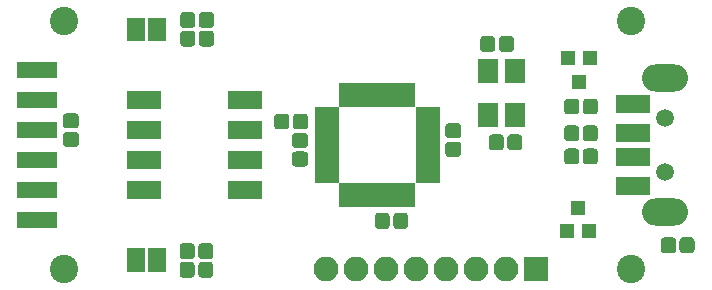
<source format=gbr>
G04 #@! TF.GenerationSoftware,KiCad,Pcbnew,(5.0.0-3-g5ebb6b6)*
G04 #@! TF.CreationDate,2019-02-08T12:04:07-05:00*
G04 #@! TF.ProjectId,ROCKETasp,524F434B45546173702E6B696361645F,2.0*
G04 #@! TF.SameCoordinates,Original*
G04 #@! TF.FileFunction,Soldermask,Top*
G04 #@! TF.FilePolarity,Negative*
%FSLAX46Y46*%
G04 Gerber Fmt 4.6, Leading zero omitted, Abs format (unit mm)*
G04 Created by KiCad (PCBNEW (5.0.0-3-g5ebb6b6)) date Friday, February 08, 2019 at 12:04:07 PM*
%MOMM*%
%LPD*%
G01*
G04 APERTURE LIST*
%ADD10R,1.600000X1.000000*%
%ADD11C,2.400000*%
%ADD12C,0.100000*%
%ADD13C,1.275000*%
%ADD14R,1.200000X1.300000*%
%ADD15R,2.900000X1.500000*%
%ADD16O,3.900000X2.300000*%
%ADD17C,1.500000*%
%ADD18R,2.100000X2.100000*%
%ADD19O,2.100000X2.100000*%
%ADD20R,3.400000X1.400000*%
%ADD21R,2.840000X1.520000*%
%ADD22R,2.000000X0.950000*%
%ADD23R,0.950000X2.000000*%
%ADD24R,1.700000X2.000000*%
G04 APERTURE END LIST*
D10*
G04 #@! TO.C,D2*
X127900000Y-107025000D03*
X126100000Y-107025000D03*
X126100000Y-107975000D03*
X127900000Y-107975000D03*
G04 #@! TD*
D11*
G04 #@! TO.C,REF\002A\002A*
X168000000Y-108250000D03*
G04 #@! TD*
G04 #@! TO.C,REF\002A\002A*
X168000000Y-87250000D03*
G04 #@! TD*
G04 #@! TO.C,REF\002A\002A*
X120000000Y-108250000D03*
G04 #@! TD*
G04 #@! TO.C,REF\002A\002A*
X120000000Y-87250000D03*
G04 #@! TD*
D12*
G04 #@! TO.C,C1*
G36*
X156991693Y-96862535D02*
X157022635Y-96867125D01*
X157052978Y-96874725D01*
X157082430Y-96885263D01*
X157110708Y-96898638D01*
X157137538Y-96914719D01*
X157162663Y-96933353D01*
X157185840Y-96954360D01*
X157206847Y-96977537D01*
X157225481Y-97002662D01*
X157241562Y-97029492D01*
X157254937Y-97057770D01*
X157265475Y-97087222D01*
X157273075Y-97117565D01*
X157277665Y-97148507D01*
X157279200Y-97179750D01*
X157279200Y-97892250D01*
X157277665Y-97923493D01*
X157273075Y-97954435D01*
X157265475Y-97984778D01*
X157254937Y-98014230D01*
X157241562Y-98042508D01*
X157225481Y-98069338D01*
X157206847Y-98094463D01*
X157185840Y-98117640D01*
X157162663Y-98138647D01*
X157137538Y-98157281D01*
X157110708Y-98173362D01*
X157082430Y-98186737D01*
X157052978Y-98197275D01*
X157022635Y-98204875D01*
X156991693Y-98209465D01*
X156960450Y-98211000D01*
X156322950Y-98211000D01*
X156291707Y-98209465D01*
X156260765Y-98204875D01*
X156230422Y-98197275D01*
X156200970Y-98186737D01*
X156172692Y-98173362D01*
X156145862Y-98157281D01*
X156120737Y-98138647D01*
X156097560Y-98117640D01*
X156076553Y-98094463D01*
X156057919Y-98069338D01*
X156041838Y-98042508D01*
X156028463Y-98014230D01*
X156017925Y-97984778D01*
X156010325Y-97954435D01*
X156005735Y-97923493D01*
X156004200Y-97892250D01*
X156004200Y-97179750D01*
X156005735Y-97148507D01*
X156010325Y-97117565D01*
X156017925Y-97087222D01*
X156028463Y-97057770D01*
X156041838Y-97029492D01*
X156057919Y-97002662D01*
X156076553Y-96977537D01*
X156097560Y-96954360D01*
X156120737Y-96933353D01*
X156145862Y-96914719D01*
X156172692Y-96898638D01*
X156200970Y-96885263D01*
X156230422Y-96874725D01*
X156260765Y-96867125D01*
X156291707Y-96862535D01*
X156322950Y-96861000D01*
X156960450Y-96861000D01*
X156991693Y-96862535D01*
X156991693Y-96862535D01*
G37*
D13*
X156641700Y-97536000D03*
D12*
G36*
X158566693Y-96862535D02*
X158597635Y-96867125D01*
X158627978Y-96874725D01*
X158657430Y-96885263D01*
X158685708Y-96898638D01*
X158712538Y-96914719D01*
X158737663Y-96933353D01*
X158760840Y-96954360D01*
X158781847Y-96977537D01*
X158800481Y-97002662D01*
X158816562Y-97029492D01*
X158829937Y-97057770D01*
X158840475Y-97087222D01*
X158848075Y-97117565D01*
X158852665Y-97148507D01*
X158854200Y-97179750D01*
X158854200Y-97892250D01*
X158852665Y-97923493D01*
X158848075Y-97954435D01*
X158840475Y-97984778D01*
X158829937Y-98014230D01*
X158816562Y-98042508D01*
X158800481Y-98069338D01*
X158781847Y-98094463D01*
X158760840Y-98117640D01*
X158737663Y-98138647D01*
X158712538Y-98157281D01*
X158685708Y-98173362D01*
X158657430Y-98186737D01*
X158627978Y-98197275D01*
X158597635Y-98204875D01*
X158566693Y-98209465D01*
X158535450Y-98211000D01*
X157897950Y-98211000D01*
X157866707Y-98209465D01*
X157835765Y-98204875D01*
X157805422Y-98197275D01*
X157775970Y-98186737D01*
X157747692Y-98173362D01*
X157720862Y-98157281D01*
X157695737Y-98138647D01*
X157672560Y-98117640D01*
X157651553Y-98094463D01*
X157632919Y-98069338D01*
X157616838Y-98042508D01*
X157603463Y-98014230D01*
X157592925Y-97984778D01*
X157585325Y-97954435D01*
X157580735Y-97923493D01*
X157579200Y-97892250D01*
X157579200Y-97179750D01*
X157580735Y-97148507D01*
X157585325Y-97117565D01*
X157592925Y-97087222D01*
X157603463Y-97057770D01*
X157616838Y-97029492D01*
X157632919Y-97002662D01*
X157651553Y-96977537D01*
X157672560Y-96954360D01*
X157695737Y-96933353D01*
X157720862Y-96914719D01*
X157747692Y-96898638D01*
X157775970Y-96885263D01*
X157805422Y-96874725D01*
X157835765Y-96867125D01*
X157866707Y-96862535D01*
X157897950Y-96861000D01*
X158535450Y-96861000D01*
X158566693Y-96862535D01*
X158566693Y-96862535D01*
G37*
D13*
X158216700Y-97536000D03*
G04 #@! TD*
D12*
G04 #@! TO.C,C2*
G36*
X157842793Y-88531335D02*
X157873735Y-88535925D01*
X157904078Y-88543525D01*
X157933530Y-88554063D01*
X157961808Y-88567438D01*
X157988638Y-88583519D01*
X158013763Y-88602153D01*
X158036940Y-88623160D01*
X158057947Y-88646337D01*
X158076581Y-88671462D01*
X158092662Y-88698292D01*
X158106037Y-88726570D01*
X158116575Y-88756022D01*
X158124175Y-88786365D01*
X158128765Y-88817307D01*
X158130300Y-88848550D01*
X158130300Y-89561050D01*
X158128765Y-89592293D01*
X158124175Y-89623235D01*
X158116575Y-89653578D01*
X158106037Y-89683030D01*
X158092662Y-89711308D01*
X158076581Y-89738138D01*
X158057947Y-89763263D01*
X158036940Y-89786440D01*
X158013763Y-89807447D01*
X157988638Y-89826081D01*
X157961808Y-89842162D01*
X157933530Y-89855537D01*
X157904078Y-89866075D01*
X157873735Y-89873675D01*
X157842793Y-89878265D01*
X157811550Y-89879800D01*
X157174050Y-89879800D01*
X157142807Y-89878265D01*
X157111865Y-89873675D01*
X157081522Y-89866075D01*
X157052070Y-89855537D01*
X157023792Y-89842162D01*
X156996962Y-89826081D01*
X156971837Y-89807447D01*
X156948660Y-89786440D01*
X156927653Y-89763263D01*
X156909019Y-89738138D01*
X156892938Y-89711308D01*
X156879563Y-89683030D01*
X156869025Y-89653578D01*
X156861425Y-89623235D01*
X156856835Y-89592293D01*
X156855300Y-89561050D01*
X156855300Y-88848550D01*
X156856835Y-88817307D01*
X156861425Y-88786365D01*
X156869025Y-88756022D01*
X156879563Y-88726570D01*
X156892938Y-88698292D01*
X156909019Y-88671462D01*
X156927653Y-88646337D01*
X156948660Y-88623160D01*
X156971837Y-88602153D01*
X156996962Y-88583519D01*
X157023792Y-88567438D01*
X157052070Y-88554063D01*
X157081522Y-88543525D01*
X157111865Y-88535925D01*
X157142807Y-88531335D01*
X157174050Y-88529800D01*
X157811550Y-88529800D01*
X157842793Y-88531335D01*
X157842793Y-88531335D01*
G37*
D13*
X157492800Y-89204800D03*
D12*
G36*
X156267793Y-88531335D02*
X156298735Y-88535925D01*
X156329078Y-88543525D01*
X156358530Y-88554063D01*
X156386808Y-88567438D01*
X156413638Y-88583519D01*
X156438763Y-88602153D01*
X156461940Y-88623160D01*
X156482947Y-88646337D01*
X156501581Y-88671462D01*
X156517662Y-88698292D01*
X156531037Y-88726570D01*
X156541575Y-88756022D01*
X156549175Y-88786365D01*
X156553765Y-88817307D01*
X156555300Y-88848550D01*
X156555300Y-89561050D01*
X156553765Y-89592293D01*
X156549175Y-89623235D01*
X156541575Y-89653578D01*
X156531037Y-89683030D01*
X156517662Y-89711308D01*
X156501581Y-89738138D01*
X156482947Y-89763263D01*
X156461940Y-89786440D01*
X156438763Y-89807447D01*
X156413638Y-89826081D01*
X156386808Y-89842162D01*
X156358530Y-89855537D01*
X156329078Y-89866075D01*
X156298735Y-89873675D01*
X156267793Y-89878265D01*
X156236550Y-89879800D01*
X155599050Y-89879800D01*
X155567807Y-89878265D01*
X155536865Y-89873675D01*
X155506522Y-89866075D01*
X155477070Y-89855537D01*
X155448792Y-89842162D01*
X155421962Y-89826081D01*
X155396837Y-89807447D01*
X155373660Y-89786440D01*
X155352653Y-89763263D01*
X155334019Y-89738138D01*
X155317938Y-89711308D01*
X155304563Y-89683030D01*
X155294025Y-89653578D01*
X155286425Y-89623235D01*
X155281835Y-89592293D01*
X155280300Y-89561050D01*
X155280300Y-88848550D01*
X155281835Y-88817307D01*
X155286425Y-88786365D01*
X155294025Y-88756022D01*
X155304563Y-88726570D01*
X155317938Y-88698292D01*
X155334019Y-88671462D01*
X155352653Y-88646337D01*
X155373660Y-88623160D01*
X155396837Y-88602153D01*
X155421962Y-88583519D01*
X155448792Y-88567438D01*
X155477070Y-88554063D01*
X155506522Y-88543525D01*
X155536865Y-88535925D01*
X155567807Y-88531335D01*
X155599050Y-88529800D01*
X156236550Y-88529800D01*
X156267793Y-88531335D01*
X156267793Y-88531335D01*
G37*
D13*
X155917800Y-89204800D03*
G04 #@! TD*
D12*
G04 #@! TO.C,C4*
G36*
X153384393Y-95909335D02*
X153415335Y-95913925D01*
X153445678Y-95921525D01*
X153475130Y-95932063D01*
X153503408Y-95945438D01*
X153530238Y-95961519D01*
X153555363Y-95980153D01*
X153578540Y-96001160D01*
X153599547Y-96024337D01*
X153618181Y-96049462D01*
X153634262Y-96076292D01*
X153647637Y-96104570D01*
X153658175Y-96134022D01*
X153665775Y-96164365D01*
X153670365Y-96195307D01*
X153671900Y-96226550D01*
X153671900Y-96864050D01*
X153670365Y-96895293D01*
X153665775Y-96926235D01*
X153658175Y-96956578D01*
X153647637Y-96986030D01*
X153634262Y-97014308D01*
X153618181Y-97041138D01*
X153599547Y-97066263D01*
X153578540Y-97089440D01*
X153555363Y-97110447D01*
X153530238Y-97129081D01*
X153503408Y-97145162D01*
X153475130Y-97158537D01*
X153445678Y-97169075D01*
X153415335Y-97176675D01*
X153384393Y-97181265D01*
X153353150Y-97182800D01*
X152640650Y-97182800D01*
X152609407Y-97181265D01*
X152578465Y-97176675D01*
X152548122Y-97169075D01*
X152518670Y-97158537D01*
X152490392Y-97145162D01*
X152463562Y-97129081D01*
X152438437Y-97110447D01*
X152415260Y-97089440D01*
X152394253Y-97066263D01*
X152375619Y-97041138D01*
X152359538Y-97014308D01*
X152346163Y-96986030D01*
X152335625Y-96956578D01*
X152328025Y-96926235D01*
X152323435Y-96895293D01*
X152321900Y-96864050D01*
X152321900Y-96226550D01*
X152323435Y-96195307D01*
X152328025Y-96164365D01*
X152335625Y-96134022D01*
X152346163Y-96104570D01*
X152359538Y-96076292D01*
X152375619Y-96049462D01*
X152394253Y-96024337D01*
X152415260Y-96001160D01*
X152438437Y-95980153D01*
X152463562Y-95961519D01*
X152490392Y-95945438D01*
X152518670Y-95932063D01*
X152548122Y-95921525D01*
X152578465Y-95913925D01*
X152609407Y-95909335D01*
X152640650Y-95907800D01*
X153353150Y-95907800D01*
X153384393Y-95909335D01*
X153384393Y-95909335D01*
G37*
D13*
X152996900Y-96545300D03*
D12*
G36*
X153384393Y-97484335D02*
X153415335Y-97488925D01*
X153445678Y-97496525D01*
X153475130Y-97507063D01*
X153503408Y-97520438D01*
X153530238Y-97536519D01*
X153555363Y-97555153D01*
X153578540Y-97576160D01*
X153599547Y-97599337D01*
X153618181Y-97624462D01*
X153634262Y-97651292D01*
X153647637Y-97679570D01*
X153658175Y-97709022D01*
X153665775Y-97739365D01*
X153670365Y-97770307D01*
X153671900Y-97801550D01*
X153671900Y-98439050D01*
X153670365Y-98470293D01*
X153665775Y-98501235D01*
X153658175Y-98531578D01*
X153647637Y-98561030D01*
X153634262Y-98589308D01*
X153618181Y-98616138D01*
X153599547Y-98641263D01*
X153578540Y-98664440D01*
X153555363Y-98685447D01*
X153530238Y-98704081D01*
X153503408Y-98720162D01*
X153475130Y-98733537D01*
X153445678Y-98744075D01*
X153415335Y-98751675D01*
X153384393Y-98756265D01*
X153353150Y-98757800D01*
X152640650Y-98757800D01*
X152609407Y-98756265D01*
X152578465Y-98751675D01*
X152548122Y-98744075D01*
X152518670Y-98733537D01*
X152490392Y-98720162D01*
X152463562Y-98704081D01*
X152438437Y-98685447D01*
X152415260Y-98664440D01*
X152394253Y-98641263D01*
X152375619Y-98616138D01*
X152359538Y-98589308D01*
X152346163Y-98561030D01*
X152335625Y-98531578D01*
X152328025Y-98501235D01*
X152323435Y-98470293D01*
X152321900Y-98439050D01*
X152321900Y-97801550D01*
X152323435Y-97770307D01*
X152328025Y-97739365D01*
X152335625Y-97709022D01*
X152346163Y-97679570D01*
X152359538Y-97651292D01*
X152375619Y-97624462D01*
X152394253Y-97599337D01*
X152415260Y-97576160D01*
X152438437Y-97555153D01*
X152463562Y-97536519D01*
X152490392Y-97520438D01*
X152518670Y-97507063D01*
X152548122Y-97496525D01*
X152578465Y-97488925D01*
X152609407Y-97484335D01*
X152640650Y-97482800D01*
X153353150Y-97482800D01*
X153384393Y-97484335D01*
X153384393Y-97484335D01*
G37*
D13*
X152996900Y-98120300D03*
G04 #@! TD*
D12*
G04 #@! TO.C,C5*
G36*
X140405693Y-95097235D02*
X140436635Y-95101825D01*
X140466978Y-95109425D01*
X140496430Y-95119963D01*
X140524708Y-95133338D01*
X140551538Y-95149419D01*
X140576663Y-95168053D01*
X140599840Y-95189060D01*
X140620847Y-95212237D01*
X140639481Y-95237362D01*
X140655562Y-95264192D01*
X140668937Y-95292470D01*
X140679475Y-95321922D01*
X140687075Y-95352265D01*
X140691665Y-95383207D01*
X140693200Y-95414450D01*
X140693200Y-96126950D01*
X140691665Y-96158193D01*
X140687075Y-96189135D01*
X140679475Y-96219478D01*
X140668937Y-96248930D01*
X140655562Y-96277208D01*
X140639481Y-96304038D01*
X140620847Y-96329163D01*
X140599840Y-96352340D01*
X140576663Y-96373347D01*
X140551538Y-96391981D01*
X140524708Y-96408062D01*
X140496430Y-96421437D01*
X140466978Y-96431975D01*
X140436635Y-96439575D01*
X140405693Y-96444165D01*
X140374450Y-96445700D01*
X139736950Y-96445700D01*
X139705707Y-96444165D01*
X139674765Y-96439575D01*
X139644422Y-96431975D01*
X139614970Y-96421437D01*
X139586692Y-96408062D01*
X139559862Y-96391981D01*
X139534737Y-96373347D01*
X139511560Y-96352340D01*
X139490553Y-96329163D01*
X139471919Y-96304038D01*
X139455838Y-96277208D01*
X139442463Y-96248930D01*
X139431925Y-96219478D01*
X139424325Y-96189135D01*
X139419735Y-96158193D01*
X139418200Y-96126950D01*
X139418200Y-95414450D01*
X139419735Y-95383207D01*
X139424325Y-95352265D01*
X139431925Y-95321922D01*
X139442463Y-95292470D01*
X139455838Y-95264192D01*
X139471919Y-95237362D01*
X139490553Y-95212237D01*
X139511560Y-95189060D01*
X139534737Y-95168053D01*
X139559862Y-95149419D01*
X139586692Y-95133338D01*
X139614970Y-95119963D01*
X139644422Y-95109425D01*
X139674765Y-95101825D01*
X139705707Y-95097235D01*
X139736950Y-95095700D01*
X140374450Y-95095700D01*
X140405693Y-95097235D01*
X140405693Y-95097235D01*
G37*
D13*
X140055700Y-95770700D03*
D12*
G36*
X138830693Y-95097235D02*
X138861635Y-95101825D01*
X138891978Y-95109425D01*
X138921430Y-95119963D01*
X138949708Y-95133338D01*
X138976538Y-95149419D01*
X139001663Y-95168053D01*
X139024840Y-95189060D01*
X139045847Y-95212237D01*
X139064481Y-95237362D01*
X139080562Y-95264192D01*
X139093937Y-95292470D01*
X139104475Y-95321922D01*
X139112075Y-95352265D01*
X139116665Y-95383207D01*
X139118200Y-95414450D01*
X139118200Y-96126950D01*
X139116665Y-96158193D01*
X139112075Y-96189135D01*
X139104475Y-96219478D01*
X139093937Y-96248930D01*
X139080562Y-96277208D01*
X139064481Y-96304038D01*
X139045847Y-96329163D01*
X139024840Y-96352340D01*
X139001663Y-96373347D01*
X138976538Y-96391981D01*
X138949708Y-96408062D01*
X138921430Y-96421437D01*
X138891978Y-96431975D01*
X138861635Y-96439575D01*
X138830693Y-96444165D01*
X138799450Y-96445700D01*
X138161950Y-96445700D01*
X138130707Y-96444165D01*
X138099765Y-96439575D01*
X138069422Y-96431975D01*
X138039970Y-96421437D01*
X138011692Y-96408062D01*
X137984862Y-96391981D01*
X137959737Y-96373347D01*
X137936560Y-96352340D01*
X137915553Y-96329163D01*
X137896919Y-96304038D01*
X137880838Y-96277208D01*
X137867463Y-96248930D01*
X137856925Y-96219478D01*
X137849325Y-96189135D01*
X137844735Y-96158193D01*
X137843200Y-96126950D01*
X137843200Y-95414450D01*
X137844735Y-95383207D01*
X137849325Y-95352265D01*
X137856925Y-95321922D01*
X137867463Y-95292470D01*
X137880838Y-95264192D01*
X137896919Y-95237362D01*
X137915553Y-95212237D01*
X137936560Y-95189060D01*
X137959737Y-95168053D01*
X137984862Y-95149419D01*
X138011692Y-95133338D01*
X138039970Y-95119963D01*
X138069422Y-95109425D01*
X138099765Y-95101825D01*
X138130707Y-95097235D01*
X138161950Y-95095700D01*
X138799450Y-95095700D01*
X138830693Y-95097235D01*
X138830693Y-95097235D01*
G37*
D13*
X138480700Y-95770700D03*
G04 #@! TD*
D12*
G04 #@! TO.C,C6*
G36*
X140404993Y-98309835D02*
X140435935Y-98314425D01*
X140466278Y-98322025D01*
X140495730Y-98332563D01*
X140524008Y-98345938D01*
X140550838Y-98362019D01*
X140575963Y-98380653D01*
X140599140Y-98401660D01*
X140620147Y-98424837D01*
X140638781Y-98449962D01*
X140654862Y-98476792D01*
X140668237Y-98505070D01*
X140678775Y-98534522D01*
X140686375Y-98564865D01*
X140690965Y-98595807D01*
X140692500Y-98627050D01*
X140692500Y-99264550D01*
X140690965Y-99295793D01*
X140686375Y-99326735D01*
X140678775Y-99357078D01*
X140668237Y-99386530D01*
X140654862Y-99414808D01*
X140638781Y-99441638D01*
X140620147Y-99466763D01*
X140599140Y-99489940D01*
X140575963Y-99510947D01*
X140550838Y-99529581D01*
X140524008Y-99545662D01*
X140495730Y-99559037D01*
X140466278Y-99569575D01*
X140435935Y-99577175D01*
X140404993Y-99581765D01*
X140373750Y-99583300D01*
X139661250Y-99583300D01*
X139630007Y-99581765D01*
X139599065Y-99577175D01*
X139568722Y-99569575D01*
X139539270Y-99559037D01*
X139510992Y-99545662D01*
X139484162Y-99529581D01*
X139459037Y-99510947D01*
X139435860Y-99489940D01*
X139414853Y-99466763D01*
X139396219Y-99441638D01*
X139380138Y-99414808D01*
X139366763Y-99386530D01*
X139356225Y-99357078D01*
X139348625Y-99326735D01*
X139344035Y-99295793D01*
X139342500Y-99264550D01*
X139342500Y-98627050D01*
X139344035Y-98595807D01*
X139348625Y-98564865D01*
X139356225Y-98534522D01*
X139366763Y-98505070D01*
X139380138Y-98476792D01*
X139396219Y-98449962D01*
X139414853Y-98424837D01*
X139435860Y-98401660D01*
X139459037Y-98380653D01*
X139484162Y-98362019D01*
X139510992Y-98345938D01*
X139539270Y-98332563D01*
X139568722Y-98322025D01*
X139599065Y-98314425D01*
X139630007Y-98309835D01*
X139661250Y-98308300D01*
X140373750Y-98308300D01*
X140404993Y-98309835D01*
X140404993Y-98309835D01*
G37*
D13*
X140017500Y-98945800D03*
D12*
G36*
X140404993Y-96734835D02*
X140435935Y-96739425D01*
X140466278Y-96747025D01*
X140495730Y-96757563D01*
X140524008Y-96770938D01*
X140550838Y-96787019D01*
X140575963Y-96805653D01*
X140599140Y-96826660D01*
X140620147Y-96849837D01*
X140638781Y-96874962D01*
X140654862Y-96901792D01*
X140668237Y-96930070D01*
X140678775Y-96959522D01*
X140686375Y-96989865D01*
X140690965Y-97020807D01*
X140692500Y-97052050D01*
X140692500Y-97689550D01*
X140690965Y-97720793D01*
X140686375Y-97751735D01*
X140678775Y-97782078D01*
X140668237Y-97811530D01*
X140654862Y-97839808D01*
X140638781Y-97866638D01*
X140620147Y-97891763D01*
X140599140Y-97914940D01*
X140575963Y-97935947D01*
X140550838Y-97954581D01*
X140524008Y-97970662D01*
X140495730Y-97984037D01*
X140466278Y-97994575D01*
X140435935Y-98002175D01*
X140404993Y-98006765D01*
X140373750Y-98008300D01*
X139661250Y-98008300D01*
X139630007Y-98006765D01*
X139599065Y-98002175D01*
X139568722Y-97994575D01*
X139539270Y-97984037D01*
X139510992Y-97970662D01*
X139484162Y-97954581D01*
X139459037Y-97935947D01*
X139435860Y-97914940D01*
X139414853Y-97891763D01*
X139396219Y-97866638D01*
X139380138Y-97839808D01*
X139366763Y-97811530D01*
X139356225Y-97782078D01*
X139348625Y-97751735D01*
X139344035Y-97720793D01*
X139342500Y-97689550D01*
X139342500Y-97052050D01*
X139344035Y-97020807D01*
X139348625Y-96989865D01*
X139356225Y-96959522D01*
X139366763Y-96930070D01*
X139380138Y-96901792D01*
X139396219Y-96874962D01*
X139414853Y-96849837D01*
X139435860Y-96826660D01*
X139459037Y-96805653D01*
X139484162Y-96787019D01*
X139510992Y-96770938D01*
X139539270Y-96757563D01*
X139568722Y-96747025D01*
X139599065Y-96739425D01*
X139630007Y-96734835D01*
X139661250Y-96733300D01*
X140373750Y-96733300D01*
X140404993Y-96734835D01*
X140404993Y-96734835D01*
G37*
D13*
X140017500Y-97370800D03*
G04 #@! TD*
D10*
G04 #@! TO.C,D1*
X127900000Y-88475000D03*
X126100000Y-88475000D03*
X126100000Y-87525000D03*
X127900000Y-87525000D03*
G04 #@! TD*
D14*
G04 #@! TO.C,D3*
X163639500Y-92401900D03*
X162689500Y-90401900D03*
X164589500Y-90401900D03*
G04 #@! TD*
G04 #@! TO.C,D4*
X162626000Y-105076500D03*
X164526000Y-105076500D03*
X163576000Y-103076500D03*
G04 #@! TD*
D15*
G04 #@! TO.C,J1*
X168201600Y-96750000D03*
X168201600Y-98750000D03*
X168201600Y-94250000D03*
X168201600Y-101250000D03*
D16*
X170951600Y-92050000D03*
X170951600Y-103450000D03*
D17*
X170951600Y-95450000D03*
X170951600Y-100050000D03*
G04 #@! TD*
D18*
G04 #@! TO.C,J2*
X160000000Y-108250000D03*
D19*
X157460000Y-108250000D03*
X154920000Y-108250000D03*
X152380000Y-108250000D03*
X149840000Y-108250000D03*
X147300000Y-108250000D03*
X144760000Y-108250000D03*
X142220000Y-108250000D03*
G04 #@! TD*
D20*
G04 #@! TO.C,J3*
X117753400Y-91400000D03*
X117753400Y-93940000D03*
X117753400Y-96480000D03*
X117753400Y-99020000D03*
X117753400Y-101560000D03*
X117753400Y-104100000D03*
G04 #@! TD*
D12*
G04 #@! TO.C,R1*
G36*
X130863293Y-86498235D02*
X130894235Y-86502825D01*
X130924578Y-86510425D01*
X130954030Y-86520963D01*
X130982308Y-86534338D01*
X131009138Y-86550419D01*
X131034263Y-86569053D01*
X131057440Y-86590060D01*
X131078447Y-86613237D01*
X131097081Y-86638362D01*
X131113162Y-86665192D01*
X131126537Y-86693470D01*
X131137075Y-86722922D01*
X131144675Y-86753265D01*
X131149265Y-86784207D01*
X131150800Y-86815450D01*
X131150800Y-87527950D01*
X131149265Y-87559193D01*
X131144675Y-87590135D01*
X131137075Y-87620478D01*
X131126537Y-87649930D01*
X131113162Y-87678208D01*
X131097081Y-87705038D01*
X131078447Y-87730163D01*
X131057440Y-87753340D01*
X131034263Y-87774347D01*
X131009138Y-87792981D01*
X130982308Y-87809062D01*
X130954030Y-87822437D01*
X130924578Y-87832975D01*
X130894235Y-87840575D01*
X130863293Y-87845165D01*
X130832050Y-87846700D01*
X130194550Y-87846700D01*
X130163307Y-87845165D01*
X130132365Y-87840575D01*
X130102022Y-87832975D01*
X130072570Y-87822437D01*
X130044292Y-87809062D01*
X130017462Y-87792981D01*
X129992337Y-87774347D01*
X129969160Y-87753340D01*
X129948153Y-87730163D01*
X129929519Y-87705038D01*
X129913438Y-87678208D01*
X129900063Y-87649930D01*
X129889525Y-87620478D01*
X129881925Y-87590135D01*
X129877335Y-87559193D01*
X129875800Y-87527950D01*
X129875800Y-86815450D01*
X129877335Y-86784207D01*
X129881925Y-86753265D01*
X129889525Y-86722922D01*
X129900063Y-86693470D01*
X129913438Y-86665192D01*
X129929519Y-86638362D01*
X129948153Y-86613237D01*
X129969160Y-86590060D01*
X129992337Y-86569053D01*
X130017462Y-86550419D01*
X130044292Y-86534338D01*
X130072570Y-86520963D01*
X130102022Y-86510425D01*
X130132365Y-86502825D01*
X130163307Y-86498235D01*
X130194550Y-86496700D01*
X130832050Y-86496700D01*
X130863293Y-86498235D01*
X130863293Y-86498235D01*
G37*
D13*
X130513300Y-87171700D03*
D12*
G36*
X132438293Y-86498235D02*
X132469235Y-86502825D01*
X132499578Y-86510425D01*
X132529030Y-86520963D01*
X132557308Y-86534338D01*
X132584138Y-86550419D01*
X132609263Y-86569053D01*
X132632440Y-86590060D01*
X132653447Y-86613237D01*
X132672081Y-86638362D01*
X132688162Y-86665192D01*
X132701537Y-86693470D01*
X132712075Y-86722922D01*
X132719675Y-86753265D01*
X132724265Y-86784207D01*
X132725800Y-86815450D01*
X132725800Y-87527950D01*
X132724265Y-87559193D01*
X132719675Y-87590135D01*
X132712075Y-87620478D01*
X132701537Y-87649930D01*
X132688162Y-87678208D01*
X132672081Y-87705038D01*
X132653447Y-87730163D01*
X132632440Y-87753340D01*
X132609263Y-87774347D01*
X132584138Y-87792981D01*
X132557308Y-87809062D01*
X132529030Y-87822437D01*
X132499578Y-87832975D01*
X132469235Y-87840575D01*
X132438293Y-87845165D01*
X132407050Y-87846700D01*
X131769550Y-87846700D01*
X131738307Y-87845165D01*
X131707365Y-87840575D01*
X131677022Y-87832975D01*
X131647570Y-87822437D01*
X131619292Y-87809062D01*
X131592462Y-87792981D01*
X131567337Y-87774347D01*
X131544160Y-87753340D01*
X131523153Y-87730163D01*
X131504519Y-87705038D01*
X131488438Y-87678208D01*
X131475063Y-87649930D01*
X131464525Y-87620478D01*
X131456925Y-87590135D01*
X131452335Y-87559193D01*
X131450800Y-87527950D01*
X131450800Y-86815450D01*
X131452335Y-86784207D01*
X131456925Y-86753265D01*
X131464525Y-86722922D01*
X131475063Y-86693470D01*
X131488438Y-86665192D01*
X131504519Y-86638362D01*
X131523153Y-86613237D01*
X131544160Y-86590060D01*
X131567337Y-86569053D01*
X131592462Y-86550419D01*
X131619292Y-86534338D01*
X131647570Y-86520963D01*
X131677022Y-86510425D01*
X131707365Y-86502825D01*
X131738307Y-86498235D01*
X131769550Y-86496700D01*
X132407050Y-86496700D01*
X132438293Y-86498235D01*
X132438293Y-86498235D01*
G37*
D13*
X132088300Y-87171700D03*
G04 #@! TD*
D12*
G04 #@! TO.C,R2*
G36*
X132438293Y-88073035D02*
X132469235Y-88077625D01*
X132499578Y-88085225D01*
X132529030Y-88095763D01*
X132557308Y-88109138D01*
X132584138Y-88125219D01*
X132609263Y-88143853D01*
X132632440Y-88164860D01*
X132653447Y-88188037D01*
X132672081Y-88213162D01*
X132688162Y-88239992D01*
X132701537Y-88268270D01*
X132712075Y-88297722D01*
X132719675Y-88328065D01*
X132724265Y-88359007D01*
X132725800Y-88390250D01*
X132725800Y-89102750D01*
X132724265Y-89133993D01*
X132719675Y-89164935D01*
X132712075Y-89195278D01*
X132701537Y-89224730D01*
X132688162Y-89253008D01*
X132672081Y-89279838D01*
X132653447Y-89304963D01*
X132632440Y-89328140D01*
X132609263Y-89349147D01*
X132584138Y-89367781D01*
X132557308Y-89383862D01*
X132529030Y-89397237D01*
X132499578Y-89407775D01*
X132469235Y-89415375D01*
X132438293Y-89419965D01*
X132407050Y-89421500D01*
X131769550Y-89421500D01*
X131738307Y-89419965D01*
X131707365Y-89415375D01*
X131677022Y-89407775D01*
X131647570Y-89397237D01*
X131619292Y-89383862D01*
X131592462Y-89367781D01*
X131567337Y-89349147D01*
X131544160Y-89328140D01*
X131523153Y-89304963D01*
X131504519Y-89279838D01*
X131488438Y-89253008D01*
X131475063Y-89224730D01*
X131464525Y-89195278D01*
X131456925Y-89164935D01*
X131452335Y-89133993D01*
X131450800Y-89102750D01*
X131450800Y-88390250D01*
X131452335Y-88359007D01*
X131456925Y-88328065D01*
X131464525Y-88297722D01*
X131475063Y-88268270D01*
X131488438Y-88239992D01*
X131504519Y-88213162D01*
X131523153Y-88188037D01*
X131544160Y-88164860D01*
X131567337Y-88143853D01*
X131592462Y-88125219D01*
X131619292Y-88109138D01*
X131647570Y-88095763D01*
X131677022Y-88085225D01*
X131707365Y-88077625D01*
X131738307Y-88073035D01*
X131769550Y-88071500D01*
X132407050Y-88071500D01*
X132438293Y-88073035D01*
X132438293Y-88073035D01*
G37*
D13*
X132088300Y-88746500D03*
D12*
G36*
X130863293Y-88073035D02*
X130894235Y-88077625D01*
X130924578Y-88085225D01*
X130954030Y-88095763D01*
X130982308Y-88109138D01*
X131009138Y-88125219D01*
X131034263Y-88143853D01*
X131057440Y-88164860D01*
X131078447Y-88188037D01*
X131097081Y-88213162D01*
X131113162Y-88239992D01*
X131126537Y-88268270D01*
X131137075Y-88297722D01*
X131144675Y-88328065D01*
X131149265Y-88359007D01*
X131150800Y-88390250D01*
X131150800Y-89102750D01*
X131149265Y-89133993D01*
X131144675Y-89164935D01*
X131137075Y-89195278D01*
X131126537Y-89224730D01*
X131113162Y-89253008D01*
X131097081Y-89279838D01*
X131078447Y-89304963D01*
X131057440Y-89328140D01*
X131034263Y-89349147D01*
X131009138Y-89367781D01*
X130982308Y-89383862D01*
X130954030Y-89397237D01*
X130924578Y-89407775D01*
X130894235Y-89415375D01*
X130863293Y-89419965D01*
X130832050Y-89421500D01*
X130194550Y-89421500D01*
X130163307Y-89419965D01*
X130132365Y-89415375D01*
X130102022Y-89407775D01*
X130072570Y-89397237D01*
X130044292Y-89383862D01*
X130017462Y-89367781D01*
X129992337Y-89349147D01*
X129969160Y-89328140D01*
X129948153Y-89304963D01*
X129929519Y-89279838D01*
X129913438Y-89253008D01*
X129900063Y-89224730D01*
X129889525Y-89195278D01*
X129881925Y-89164935D01*
X129877335Y-89133993D01*
X129875800Y-89102750D01*
X129875800Y-88390250D01*
X129877335Y-88359007D01*
X129881925Y-88328065D01*
X129889525Y-88297722D01*
X129900063Y-88268270D01*
X129913438Y-88239992D01*
X129929519Y-88213162D01*
X129948153Y-88188037D01*
X129969160Y-88164860D01*
X129992337Y-88143853D01*
X130017462Y-88125219D01*
X130044292Y-88109138D01*
X130072570Y-88095763D01*
X130102022Y-88085225D01*
X130132365Y-88077625D01*
X130163307Y-88073035D01*
X130194550Y-88071500D01*
X130832050Y-88071500D01*
X130863293Y-88073035D01*
X130863293Y-88073035D01*
G37*
D13*
X130513300Y-88746500D03*
G04 #@! TD*
D12*
G04 #@! TO.C,R3*
G36*
X132387493Y-106064535D02*
X132418435Y-106069125D01*
X132448778Y-106076725D01*
X132478230Y-106087263D01*
X132506508Y-106100638D01*
X132533338Y-106116719D01*
X132558463Y-106135353D01*
X132581640Y-106156360D01*
X132602647Y-106179537D01*
X132621281Y-106204662D01*
X132637362Y-106231492D01*
X132650737Y-106259770D01*
X132661275Y-106289222D01*
X132668875Y-106319565D01*
X132673465Y-106350507D01*
X132675000Y-106381750D01*
X132675000Y-107094250D01*
X132673465Y-107125493D01*
X132668875Y-107156435D01*
X132661275Y-107186778D01*
X132650737Y-107216230D01*
X132637362Y-107244508D01*
X132621281Y-107271338D01*
X132602647Y-107296463D01*
X132581640Y-107319640D01*
X132558463Y-107340647D01*
X132533338Y-107359281D01*
X132506508Y-107375362D01*
X132478230Y-107388737D01*
X132448778Y-107399275D01*
X132418435Y-107406875D01*
X132387493Y-107411465D01*
X132356250Y-107413000D01*
X131718750Y-107413000D01*
X131687507Y-107411465D01*
X131656565Y-107406875D01*
X131626222Y-107399275D01*
X131596770Y-107388737D01*
X131568492Y-107375362D01*
X131541662Y-107359281D01*
X131516537Y-107340647D01*
X131493360Y-107319640D01*
X131472353Y-107296463D01*
X131453719Y-107271338D01*
X131437638Y-107244508D01*
X131424263Y-107216230D01*
X131413725Y-107186778D01*
X131406125Y-107156435D01*
X131401535Y-107125493D01*
X131400000Y-107094250D01*
X131400000Y-106381750D01*
X131401535Y-106350507D01*
X131406125Y-106319565D01*
X131413725Y-106289222D01*
X131424263Y-106259770D01*
X131437638Y-106231492D01*
X131453719Y-106204662D01*
X131472353Y-106179537D01*
X131493360Y-106156360D01*
X131516537Y-106135353D01*
X131541662Y-106116719D01*
X131568492Y-106100638D01*
X131596770Y-106087263D01*
X131626222Y-106076725D01*
X131656565Y-106069125D01*
X131687507Y-106064535D01*
X131718750Y-106063000D01*
X132356250Y-106063000D01*
X132387493Y-106064535D01*
X132387493Y-106064535D01*
G37*
D13*
X132037500Y-106738000D03*
D12*
G36*
X130812493Y-106064535D02*
X130843435Y-106069125D01*
X130873778Y-106076725D01*
X130903230Y-106087263D01*
X130931508Y-106100638D01*
X130958338Y-106116719D01*
X130983463Y-106135353D01*
X131006640Y-106156360D01*
X131027647Y-106179537D01*
X131046281Y-106204662D01*
X131062362Y-106231492D01*
X131075737Y-106259770D01*
X131086275Y-106289222D01*
X131093875Y-106319565D01*
X131098465Y-106350507D01*
X131100000Y-106381750D01*
X131100000Y-107094250D01*
X131098465Y-107125493D01*
X131093875Y-107156435D01*
X131086275Y-107186778D01*
X131075737Y-107216230D01*
X131062362Y-107244508D01*
X131046281Y-107271338D01*
X131027647Y-107296463D01*
X131006640Y-107319640D01*
X130983463Y-107340647D01*
X130958338Y-107359281D01*
X130931508Y-107375362D01*
X130903230Y-107388737D01*
X130873778Y-107399275D01*
X130843435Y-107406875D01*
X130812493Y-107411465D01*
X130781250Y-107413000D01*
X130143750Y-107413000D01*
X130112507Y-107411465D01*
X130081565Y-107406875D01*
X130051222Y-107399275D01*
X130021770Y-107388737D01*
X129993492Y-107375362D01*
X129966662Y-107359281D01*
X129941537Y-107340647D01*
X129918360Y-107319640D01*
X129897353Y-107296463D01*
X129878719Y-107271338D01*
X129862638Y-107244508D01*
X129849263Y-107216230D01*
X129838725Y-107186778D01*
X129831125Y-107156435D01*
X129826535Y-107125493D01*
X129825000Y-107094250D01*
X129825000Y-106381750D01*
X129826535Y-106350507D01*
X129831125Y-106319565D01*
X129838725Y-106289222D01*
X129849263Y-106259770D01*
X129862638Y-106231492D01*
X129878719Y-106204662D01*
X129897353Y-106179537D01*
X129918360Y-106156360D01*
X129941537Y-106135353D01*
X129966662Y-106116719D01*
X129993492Y-106100638D01*
X130021770Y-106087263D01*
X130051222Y-106076725D01*
X130081565Y-106069125D01*
X130112507Y-106064535D01*
X130143750Y-106063000D01*
X130781250Y-106063000D01*
X130812493Y-106064535D01*
X130812493Y-106064535D01*
G37*
D13*
X130462500Y-106738000D03*
G04 #@! TD*
D12*
G04 #@! TO.C,R4*
G36*
X132387493Y-107652035D02*
X132418435Y-107656625D01*
X132448778Y-107664225D01*
X132478230Y-107674763D01*
X132506508Y-107688138D01*
X132533338Y-107704219D01*
X132558463Y-107722853D01*
X132581640Y-107743860D01*
X132602647Y-107767037D01*
X132621281Y-107792162D01*
X132637362Y-107818992D01*
X132650737Y-107847270D01*
X132661275Y-107876722D01*
X132668875Y-107907065D01*
X132673465Y-107938007D01*
X132675000Y-107969250D01*
X132675000Y-108681750D01*
X132673465Y-108712993D01*
X132668875Y-108743935D01*
X132661275Y-108774278D01*
X132650737Y-108803730D01*
X132637362Y-108832008D01*
X132621281Y-108858838D01*
X132602647Y-108883963D01*
X132581640Y-108907140D01*
X132558463Y-108928147D01*
X132533338Y-108946781D01*
X132506508Y-108962862D01*
X132478230Y-108976237D01*
X132448778Y-108986775D01*
X132418435Y-108994375D01*
X132387493Y-108998965D01*
X132356250Y-109000500D01*
X131718750Y-109000500D01*
X131687507Y-108998965D01*
X131656565Y-108994375D01*
X131626222Y-108986775D01*
X131596770Y-108976237D01*
X131568492Y-108962862D01*
X131541662Y-108946781D01*
X131516537Y-108928147D01*
X131493360Y-108907140D01*
X131472353Y-108883963D01*
X131453719Y-108858838D01*
X131437638Y-108832008D01*
X131424263Y-108803730D01*
X131413725Y-108774278D01*
X131406125Y-108743935D01*
X131401535Y-108712993D01*
X131400000Y-108681750D01*
X131400000Y-107969250D01*
X131401535Y-107938007D01*
X131406125Y-107907065D01*
X131413725Y-107876722D01*
X131424263Y-107847270D01*
X131437638Y-107818992D01*
X131453719Y-107792162D01*
X131472353Y-107767037D01*
X131493360Y-107743860D01*
X131516537Y-107722853D01*
X131541662Y-107704219D01*
X131568492Y-107688138D01*
X131596770Y-107674763D01*
X131626222Y-107664225D01*
X131656565Y-107656625D01*
X131687507Y-107652035D01*
X131718750Y-107650500D01*
X132356250Y-107650500D01*
X132387493Y-107652035D01*
X132387493Y-107652035D01*
G37*
D13*
X132037500Y-108325500D03*
D12*
G36*
X130812493Y-107652035D02*
X130843435Y-107656625D01*
X130873778Y-107664225D01*
X130903230Y-107674763D01*
X130931508Y-107688138D01*
X130958338Y-107704219D01*
X130983463Y-107722853D01*
X131006640Y-107743860D01*
X131027647Y-107767037D01*
X131046281Y-107792162D01*
X131062362Y-107818992D01*
X131075737Y-107847270D01*
X131086275Y-107876722D01*
X131093875Y-107907065D01*
X131098465Y-107938007D01*
X131100000Y-107969250D01*
X131100000Y-108681750D01*
X131098465Y-108712993D01*
X131093875Y-108743935D01*
X131086275Y-108774278D01*
X131075737Y-108803730D01*
X131062362Y-108832008D01*
X131046281Y-108858838D01*
X131027647Y-108883963D01*
X131006640Y-108907140D01*
X130983463Y-108928147D01*
X130958338Y-108946781D01*
X130931508Y-108962862D01*
X130903230Y-108976237D01*
X130873778Y-108986775D01*
X130843435Y-108994375D01*
X130812493Y-108998965D01*
X130781250Y-109000500D01*
X130143750Y-109000500D01*
X130112507Y-108998965D01*
X130081565Y-108994375D01*
X130051222Y-108986775D01*
X130021770Y-108976237D01*
X129993492Y-108962862D01*
X129966662Y-108946781D01*
X129941537Y-108928147D01*
X129918360Y-108907140D01*
X129897353Y-108883963D01*
X129878719Y-108858838D01*
X129862638Y-108832008D01*
X129849263Y-108803730D01*
X129838725Y-108774278D01*
X129831125Y-108743935D01*
X129826535Y-108712993D01*
X129825000Y-108681750D01*
X129825000Y-107969250D01*
X129826535Y-107938007D01*
X129831125Y-107907065D01*
X129838725Y-107876722D01*
X129849263Y-107847270D01*
X129862638Y-107818992D01*
X129878719Y-107792162D01*
X129897353Y-107767037D01*
X129918360Y-107743860D01*
X129941537Y-107722853D01*
X129966662Y-107704219D01*
X129993492Y-107688138D01*
X130021770Y-107674763D01*
X130051222Y-107664225D01*
X130081565Y-107656625D01*
X130112507Y-107652035D01*
X130143750Y-107650500D01*
X130781250Y-107650500D01*
X130812493Y-107652035D01*
X130812493Y-107652035D01*
G37*
D13*
X130462500Y-108325500D03*
G04 #@! TD*
D12*
G04 #@! TO.C,R5*
G36*
X164954793Y-98056335D02*
X164985735Y-98060925D01*
X165016078Y-98068525D01*
X165045530Y-98079063D01*
X165073808Y-98092438D01*
X165100638Y-98108519D01*
X165125763Y-98127153D01*
X165148940Y-98148160D01*
X165169947Y-98171337D01*
X165188581Y-98196462D01*
X165204662Y-98223292D01*
X165218037Y-98251570D01*
X165228575Y-98281022D01*
X165236175Y-98311365D01*
X165240765Y-98342307D01*
X165242300Y-98373550D01*
X165242300Y-99086050D01*
X165240765Y-99117293D01*
X165236175Y-99148235D01*
X165228575Y-99178578D01*
X165218037Y-99208030D01*
X165204662Y-99236308D01*
X165188581Y-99263138D01*
X165169947Y-99288263D01*
X165148940Y-99311440D01*
X165125763Y-99332447D01*
X165100638Y-99351081D01*
X165073808Y-99367162D01*
X165045530Y-99380537D01*
X165016078Y-99391075D01*
X164985735Y-99398675D01*
X164954793Y-99403265D01*
X164923550Y-99404800D01*
X164286050Y-99404800D01*
X164254807Y-99403265D01*
X164223865Y-99398675D01*
X164193522Y-99391075D01*
X164164070Y-99380537D01*
X164135792Y-99367162D01*
X164108962Y-99351081D01*
X164083837Y-99332447D01*
X164060660Y-99311440D01*
X164039653Y-99288263D01*
X164021019Y-99263138D01*
X164004938Y-99236308D01*
X163991563Y-99208030D01*
X163981025Y-99178578D01*
X163973425Y-99148235D01*
X163968835Y-99117293D01*
X163967300Y-99086050D01*
X163967300Y-98373550D01*
X163968835Y-98342307D01*
X163973425Y-98311365D01*
X163981025Y-98281022D01*
X163991563Y-98251570D01*
X164004938Y-98223292D01*
X164021019Y-98196462D01*
X164039653Y-98171337D01*
X164060660Y-98148160D01*
X164083837Y-98127153D01*
X164108962Y-98108519D01*
X164135792Y-98092438D01*
X164164070Y-98079063D01*
X164193522Y-98068525D01*
X164223865Y-98060925D01*
X164254807Y-98056335D01*
X164286050Y-98054800D01*
X164923550Y-98054800D01*
X164954793Y-98056335D01*
X164954793Y-98056335D01*
G37*
D13*
X164604800Y-98729800D03*
D12*
G36*
X163379793Y-98056335D02*
X163410735Y-98060925D01*
X163441078Y-98068525D01*
X163470530Y-98079063D01*
X163498808Y-98092438D01*
X163525638Y-98108519D01*
X163550763Y-98127153D01*
X163573940Y-98148160D01*
X163594947Y-98171337D01*
X163613581Y-98196462D01*
X163629662Y-98223292D01*
X163643037Y-98251570D01*
X163653575Y-98281022D01*
X163661175Y-98311365D01*
X163665765Y-98342307D01*
X163667300Y-98373550D01*
X163667300Y-99086050D01*
X163665765Y-99117293D01*
X163661175Y-99148235D01*
X163653575Y-99178578D01*
X163643037Y-99208030D01*
X163629662Y-99236308D01*
X163613581Y-99263138D01*
X163594947Y-99288263D01*
X163573940Y-99311440D01*
X163550763Y-99332447D01*
X163525638Y-99351081D01*
X163498808Y-99367162D01*
X163470530Y-99380537D01*
X163441078Y-99391075D01*
X163410735Y-99398675D01*
X163379793Y-99403265D01*
X163348550Y-99404800D01*
X162711050Y-99404800D01*
X162679807Y-99403265D01*
X162648865Y-99398675D01*
X162618522Y-99391075D01*
X162589070Y-99380537D01*
X162560792Y-99367162D01*
X162533962Y-99351081D01*
X162508837Y-99332447D01*
X162485660Y-99311440D01*
X162464653Y-99288263D01*
X162446019Y-99263138D01*
X162429938Y-99236308D01*
X162416563Y-99208030D01*
X162406025Y-99178578D01*
X162398425Y-99148235D01*
X162393835Y-99117293D01*
X162392300Y-99086050D01*
X162392300Y-98373550D01*
X162393835Y-98342307D01*
X162398425Y-98311365D01*
X162406025Y-98281022D01*
X162416563Y-98251570D01*
X162429938Y-98223292D01*
X162446019Y-98196462D01*
X162464653Y-98171337D01*
X162485660Y-98148160D01*
X162508837Y-98127153D01*
X162533962Y-98108519D01*
X162560792Y-98092438D01*
X162589070Y-98079063D01*
X162618522Y-98068525D01*
X162648865Y-98060925D01*
X162679807Y-98056335D01*
X162711050Y-98054800D01*
X163348550Y-98054800D01*
X163379793Y-98056335D01*
X163379793Y-98056335D01*
G37*
D13*
X163029800Y-98729800D03*
G04 #@! TD*
D12*
G04 #@! TO.C,R6*
G36*
X164954793Y-96100535D02*
X164985735Y-96105125D01*
X165016078Y-96112725D01*
X165045530Y-96123263D01*
X165073808Y-96136638D01*
X165100638Y-96152719D01*
X165125763Y-96171353D01*
X165148940Y-96192360D01*
X165169947Y-96215537D01*
X165188581Y-96240662D01*
X165204662Y-96267492D01*
X165218037Y-96295770D01*
X165228575Y-96325222D01*
X165236175Y-96355565D01*
X165240765Y-96386507D01*
X165242300Y-96417750D01*
X165242300Y-97130250D01*
X165240765Y-97161493D01*
X165236175Y-97192435D01*
X165228575Y-97222778D01*
X165218037Y-97252230D01*
X165204662Y-97280508D01*
X165188581Y-97307338D01*
X165169947Y-97332463D01*
X165148940Y-97355640D01*
X165125763Y-97376647D01*
X165100638Y-97395281D01*
X165073808Y-97411362D01*
X165045530Y-97424737D01*
X165016078Y-97435275D01*
X164985735Y-97442875D01*
X164954793Y-97447465D01*
X164923550Y-97449000D01*
X164286050Y-97449000D01*
X164254807Y-97447465D01*
X164223865Y-97442875D01*
X164193522Y-97435275D01*
X164164070Y-97424737D01*
X164135792Y-97411362D01*
X164108962Y-97395281D01*
X164083837Y-97376647D01*
X164060660Y-97355640D01*
X164039653Y-97332463D01*
X164021019Y-97307338D01*
X164004938Y-97280508D01*
X163991563Y-97252230D01*
X163981025Y-97222778D01*
X163973425Y-97192435D01*
X163968835Y-97161493D01*
X163967300Y-97130250D01*
X163967300Y-96417750D01*
X163968835Y-96386507D01*
X163973425Y-96355565D01*
X163981025Y-96325222D01*
X163991563Y-96295770D01*
X164004938Y-96267492D01*
X164021019Y-96240662D01*
X164039653Y-96215537D01*
X164060660Y-96192360D01*
X164083837Y-96171353D01*
X164108962Y-96152719D01*
X164135792Y-96136638D01*
X164164070Y-96123263D01*
X164193522Y-96112725D01*
X164223865Y-96105125D01*
X164254807Y-96100535D01*
X164286050Y-96099000D01*
X164923550Y-96099000D01*
X164954793Y-96100535D01*
X164954793Y-96100535D01*
G37*
D13*
X164604800Y-96774000D03*
D12*
G36*
X163379793Y-96100535D02*
X163410735Y-96105125D01*
X163441078Y-96112725D01*
X163470530Y-96123263D01*
X163498808Y-96136638D01*
X163525638Y-96152719D01*
X163550763Y-96171353D01*
X163573940Y-96192360D01*
X163594947Y-96215537D01*
X163613581Y-96240662D01*
X163629662Y-96267492D01*
X163643037Y-96295770D01*
X163653575Y-96325222D01*
X163661175Y-96355565D01*
X163665765Y-96386507D01*
X163667300Y-96417750D01*
X163667300Y-97130250D01*
X163665765Y-97161493D01*
X163661175Y-97192435D01*
X163653575Y-97222778D01*
X163643037Y-97252230D01*
X163629662Y-97280508D01*
X163613581Y-97307338D01*
X163594947Y-97332463D01*
X163573940Y-97355640D01*
X163550763Y-97376647D01*
X163525638Y-97395281D01*
X163498808Y-97411362D01*
X163470530Y-97424737D01*
X163441078Y-97435275D01*
X163410735Y-97442875D01*
X163379793Y-97447465D01*
X163348550Y-97449000D01*
X162711050Y-97449000D01*
X162679807Y-97447465D01*
X162648865Y-97442875D01*
X162618522Y-97435275D01*
X162589070Y-97424737D01*
X162560792Y-97411362D01*
X162533962Y-97395281D01*
X162508837Y-97376647D01*
X162485660Y-97355640D01*
X162464653Y-97332463D01*
X162446019Y-97307338D01*
X162429938Y-97280508D01*
X162416563Y-97252230D01*
X162406025Y-97222778D01*
X162398425Y-97192435D01*
X162393835Y-97161493D01*
X162392300Y-97130250D01*
X162392300Y-96417750D01*
X162393835Y-96386507D01*
X162398425Y-96355565D01*
X162406025Y-96325222D01*
X162416563Y-96295770D01*
X162429938Y-96267492D01*
X162446019Y-96240662D01*
X162464653Y-96215537D01*
X162485660Y-96192360D01*
X162508837Y-96171353D01*
X162533962Y-96152719D01*
X162560792Y-96136638D01*
X162589070Y-96123263D01*
X162618522Y-96112725D01*
X162648865Y-96105125D01*
X162679807Y-96100535D01*
X162711050Y-96099000D01*
X163348550Y-96099000D01*
X163379793Y-96100535D01*
X163379793Y-96100535D01*
G37*
D13*
X163029800Y-96774000D03*
G04 #@! TD*
D12*
G04 #@! TO.C,R7*
G36*
X121012093Y-96658835D02*
X121043035Y-96663425D01*
X121073378Y-96671025D01*
X121102830Y-96681563D01*
X121131108Y-96694938D01*
X121157938Y-96711019D01*
X121183063Y-96729653D01*
X121206240Y-96750660D01*
X121227247Y-96773837D01*
X121245881Y-96798962D01*
X121261962Y-96825792D01*
X121275337Y-96854070D01*
X121285875Y-96883522D01*
X121293475Y-96913865D01*
X121298065Y-96944807D01*
X121299600Y-96976050D01*
X121299600Y-97613550D01*
X121298065Y-97644793D01*
X121293475Y-97675735D01*
X121285875Y-97706078D01*
X121275337Y-97735530D01*
X121261962Y-97763808D01*
X121245881Y-97790638D01*
X121227247Y-97815763D01*
X121206240Y-97838940D01*
X121183063Y-97859947D01*
X121157938Y-97878581D01*
X121131108Y-97894662D01*
X121102830Y-97908037D01*
X121073378Y-97918575D01*
X121043035Y-97926175D01*
X121012093Y-97930765D01*
X120980850Y-97932300D01*
X120268350Y-97932300D01*
X120237107Y-97930765D01*
X120206165Y-97926175D01*
X120175822Y-97918575D01*
X120146370Y-97908037D01*
X120118092Y-97894662D01*
X120091262Y-97878581D01*
X120066137Y-97859947D01*
X120042960Y-97838940D01*
X120021953Y-97815763D01*
X120003319Y-97790638D01*
X119987238Y-97763808D01*
X119973863Y-97735530D01*
X119963325Y-97706078D01*
X119955725Y-97675735D01*
X119951135Y-97644793D01*
X119949600Y-97613550D01*
X119949600Y-96976050D01*
X119951135Y-96944807D01*
X119955725Y-96913865D01*
X119963325Y-96883522D01*
X119973863Y-96854070D01*
X119987238Y-96825792D01*
X120003319Y-96798962D01*
X120021953Y-96773837D01*
X120042960Y-96750660D01*
X120066137Y-96729653D01*
X120091262Y-96711019D01*
X120118092Y-96694938D01*
X120146370Y-96681563D01*
X120175822Y-96671025D01*
X120206165Y-96663425D01*
X120237107Y-96658835D01*
X120268350Y-96657300D01*
X120980850Y-96657300D01*
X121012093Y-96658835D01*
X121012093Y-96658835D01*
G37*
D13*
X120624600Y-97294800D03*
D12*
G36*
X121012093Y-95083835D02*
X121043035Y-95088425D01*
X121073378Y-95096025D01*
X121102830Y-95106563D01*
X121131108Y-95119938D01*
X121157938Y-95136019D01*
X121183063Y-95154653D01*
X121206240Y-95175660D01*
X121227247Y-95198837D01*
X121245881Y-95223962D01*
X121261962Y-95250792D01*
X121275337Y-95279070D01*
X121285875Y-95308522D01*
X121293475Y-95338865D01*
X121298065Y-95369807D01*
X121299600Y-95401050D01*
X121299600Y-96038550D01*
X121298065Y-96069793D01*
X121293475Y-96100735D01*
X121285875Y-96131078D01*
X121275337Y-96160530D01*
X121261962Y-96188808D01*
X121245881Y-96215638D01*
X121227247Y-96240763D01*
X121206240Y-96263940D01*
X121183063Y-96284947D01*
X121157938Y-96303581D01*
X121131108Y-96319662D01*
X121102830Y-96333037D01*
X121073378Y-96343575D01*
X121043035Y-96351175D01*
X121012093Y-96355765D01*
X120980850Y-96357300D01*
X120268350Y-96357300D01*
X120237107Y-96355765D01*
X120206165Y-96351175D01*
X120175822Y-96343575D01*
X120146370Y-96333037D01*
X120118092Y-96319662D01*
X120091262Y-96303581D01*
X120066137Y-96284947D01*
X120042960Y-96263940D01*
X120021953Y-96240763D01*
X120003319Y-96215638D01*
X119987238Y-96188808D01*
X119973863Y-96160530D01*
X119963325Y-96131078D01*
X119955725Y-96100735D01*
X119951135Y-96069793D01*
X119949600Y-96038550D01*
X119949600Y-95401050D01*
X119951135Y-95369807D01*
X119955725Y-95338865D01*
X119963325Y-95308522D01*
X119973863Y-95279070D01*
X119987238Y-95250792D01*
X120003319Y-95223962D01*
X120021953Y-95198837D01*
X120042960Y-95175660D01*
X120066137Y-95154653D01*
X120091262Y-95136019D01*
X120118092Y-95119938D01*
X120146370Y-95106563D01*
X120175822Y-95096025D01*
X120206165Y-95088425D01*
X120237107Y-95083835D01*
X120268350Y-95082300D01*
X120980850Y-95082300D01*
X121012093Y-95083835D01*
X121012093Y-95083835D01*
G37*
D13*
X120624600Y-95719800D03*
G04 #@! TD*
D12*
G04 #@! TO.C,R8*
G36*
X148901993Y-103504635D02*
X148932935Y-103509225D01*
X148963278Y-103516825D01*
X148992730Y-103527363D01*
X149021008Y-103540738D01*
X149047838Y-103556819D01*
X149072963Y-103575453D01*
X149096140Y-103596460D01*
X149117147Y-103619637D01*
X149135781Y-103644762D01*
X149151862Y-103671592D01*
X149165237Y-103699870D01*
X149175775Y-103729322D01*
X149183375Y-103759665D01*
X149187965Y-103790607D01*
X149189500Y-103821850D01*
X149189500Y-104534350D01*
X149187965Y-104565593D01*
X149183375Y-104596535D01*
X149175775Y-104626878D01*
X149165237Y-104656330D01*
X149151862Y-104684608D01*
X149135781Y-104711438D01*
X149117147Y-104736563D01*
X149096140Y-104759740D01*
X149072963Y-104780747D01*
X149047838Y-104799381D01*
X149021008Y-104815462D01*
X148992730Y-104828837D01*
X148963278Y-104839375D01*
X148932935Y-104846975D01*
X148901993Y-104851565D01*
X148870750Y-104853100D01*
X148233250Y-104853100D01*
X148202007Y-104851565D01*
X148171065Y-104846975D01*
X148140722Y-104839375D01*
X148111270Y-104828837D01*
X148082992Y-104815462D01*
X148056162Y-104799381D01*
X148031037Y-104780747D01*
X148007860Y-104759740D01*
X147986853Y-104736563D01*
X147968219Y-104711438D01*
X147952138Y-104684608D01*
X147938763Y-104656330D01*
X147928225Y-104626878D01*
X147920625Y-104596535D01*
X147916035Y-104565593D01*
X147914500Y-104534350D01*
X147914500Y-103821850D01*
X147916035Y-103790607D01*
X147920625Y-103759665D01*
X147928225Y-103729322D01*
X147938763Y-103699870D01*
X147952138Y-103671592D01*
X147968219Y-103644762D01*
X147986853Y-103619637D01*
X148007860Y-103596460D01*
X148031037Y-103575453D01*
X148056162Y-103556819D01*
X148082992Y-103540738D01*
X148111270Y-103527363D01*
X148140722Y-103516825D01*
X148171065Y-103509225D01*
X148202007Y-103504635D01*
X148233250Y-103503100D01*
X148870750Y-103503100D01*
X148901993Y-103504635D01*
X148901993Y-103504635D01*
G37*
D13*
X148552000Y-104178100D03*
D12*
G36*
X147326993Y-103504635D02*
X147357935Y-103509225D01*
X147388278Y-103516825D01*
X147417730Y-103527363D01*
X147446008Y-103540738D01*
X147472838Y-103556819D01*
X147497963Y-103575453D01*
X147521140Y-103596460D01*
X147542147Y-103619637D01*
X147560781Y-103644762D01*
X147576862Y-103671592D01*
X147590237Y-103699870D01*
X147600775Y-103729322D01*
X147608375Y-103759665D01*
X147612965Y-103790607D01*
X147614500Y-103821850D01*
X147614500Y-104534350D01*
X147612965Y-104565593D01*
X147608375Y-104596535D01*
X147600775Y-104626878D01*
X147590237Y-104656330D01*
X147576862Y-104684608D01*
X147560781Y-104711438D01*
X147542147Y-104736563D01*
X147521140Y-104759740D01*
X147497963Y-104780747D01*
X147472838Y-104799381D01*
X147446008Y-104815462D01*
X147417730Y-104828837D01*
X147388278Y-104839375D01*
X147357935Y-104846975D01*
X147326993Y-104851565D01*
X147295750Y-104853100D01*
X146658250Y-104853100D01*
X146627007Y-104851565D01*
X146596065Y-104846975D01*
X146565722Y-104839375D01*
X146536270Y-104828837D01*
X146507992Y-104815462D01*
X146481162Y-104799381D01*
X146456037Y-104780747D01*
X146432860Y-104759740D01*
X146411853Y-104736563D01*
X146393219Y-104711438D01*
X146377138Y-104684608D01*
X146363763Y-104656330D01*
X146353225Y-104626878D01*
X146345625Y-104596535D01*
X146341035Y-104565593D01*
X146339500Y-104534350D01*
X146339500Y-103821850D01*
X146341035Y-103790607D01*
X146345625Y-103759665D01*
X146353225Y-103729322D01*
X146363763Y-103699870D01*
X146377138Y-103671592D01*
X146393219Y-103644762D01*
X146411853Y-103619637D01*
X146432860Y-103596460D01*
X146456037Y-103575453D01*
X146481162Y-103556819D01*
X146507992Y-103540738D01*
X146536270Y-103527363D01*
X146565722Y-103516825D01*
X146596065Y-103509225D01*
X146627007Y-103504635D01*
X146658250Y-103503100D01*
X147295750Y-103503100D01*
X147326993Y-103504635D01*
X147326993Y-103504635D01*
G37*
D13*
X146977000Y-104178100D03*
G04 #@! TD*
D12*
G04 #@! TO.C,R9*
G36*
X164954793Y-93826135D02*
X164985735Y-93830725D01*
X165016078Y-93838325D01*
X165045530Y-93848863D01*
X165073808Y-93862238D01*
X165100638Y-93878319D01*
X165125763Y-93896953D01*
X165148940Y-93917960D01*
X165169947Y-93941137D01*
X165188581Y-93966262D01*
X165204662Y-93993092D01*
X165218037Y-94021370D01*
X165228575Y-94050822D01*
X165236175Y-94081165D01*
X165240765Y-94112107D01*
X165242300Y-94143350D01*
X165242300Y-94855850D01*
X165240765Y-94887093D01*
X165236175Y-94918035D01*
X165228575Y-94948378D01*
X165218037Y-94977830D01*
X165204662Y-95006108D01*
X165188581Y-95032938D01*
X165169947Y-95058063D01*
X165148940Y-95081240D01*
X165125763Y-95102247D01*
X165100638Y-95120881D01*
X165073808Y-95136962D01*
X165045530Y-95150337D01*
X165016078Y-95160875D01*
X164985735Y-95168475D01*
X164954793Y-95173065D01*
X164923550Y-95174600D01*
X164286050Y-95174600D01*
X164254807Y-95173065D01*
X164223865Y-95168475D01*
X164193522Y-95160875D01*
X164164070Y-95150337D01*
X164135792Y-95136962D01*
X164108962Y-95120881D01*
X164083837Y-95102247D01*
X164060660Y-95081240D01*
X164039653Y-95058063D01*
X164021019Y-95032938D01*
X164004938Y-95006108D01*
X163991563Y-94977830D01*
X163981025Y-94948378D01*
X163973425Y-94918035D01*
X163968835Y-94887093D01*
X163967300Y-94855850D01*
X163967300Y-94143350D01*
X163968835Y-94112107D01*
X163973425Y-94081165D01*
X163981025Y-94050822D01*
X163991563Y-94021370D01*
X164004938Y-93993092D01*
X164021019Y-93966262D01*
X164039653Y-93941137D01*
X164060660Y-93917960D01*
X164083837Y-93896953D01*
X164108962Y-93878319D01*
X164135792Y-93862238D01*
X164164070Y-93848863D01*
X164193522Y-93838325D01*
X164223865Y-93830725D01*
X164254807Y-93826135D01*
X164286050Y-93824600D01*
X164923550Y-93824600D01*
X164954793Y-93826135D01*
X164954793Y-93826135D01*
G37*
D13*
X164604800Y-94499600D03*
D12*
G36*
X163379793Y-93826135D02*
X163410735Y-93830725D01*
X163441078Y-93838325D01*
X163470530Y-93848863D01*
X163498808Y-93862238D01*
X163525638Y-93878319D01*
X163550763Y-93896953D01*
X163573940Y-93917960D01*
X163594947Y-93941137D01*
X163613581Y-93966262D01*
X163629662Y-93993092D01*
X163643037Y-94021370D01*
X163653575Y-94050822D01*
X163661175Y-94081165D01*
X163665765Y-94112107D01*
X163667300Y-94143350D01*
X163667300Y-94855850D01*
X163665765Y-94887093D01*
X163661175Y-94918035D01*
X163653575Y-94948378D01*
X163643037Y-94977830D01*
X163629662Y-95006108D01*
X163613581Y-95032938D01*
X163594947Y-95058063D01*
X163573940Y-95081240D01*
X163550763Y-95102247D01*
X163525638Y-95120881D01*
X163498808Y-95136962D01*
X163470530Y-95150337D01*
X163441078Y-95160875D01*
X163410735Y-95168475D01*
X163379793Y-95173065D01*
X163348550Y-95174600D01*
X162711050Y-95174600D01*
X162679807Y-95173065D01*
X162648865Y-95168475D01*
X162618522Y-95160875D01*
X162589070Y-95150337D01*
X162560792Y-95136962D01*
X162533962Y-95120881D01*
X162508837Y-95102247D01*
X162485660Y-95081240D01*
X162464653Y-95058063D01*
X162446019Y-95032938D01*
X162429938Y-95006108D01*
X162416563Y-94977830D01*
X162406025Y-94948378D01*
X162398425Y-94918035D01*
X162393835Y-94887093D01*
X162392300Y-94855850D01*
X162392300Y-94143350D01*
X162393835Y-94112107D01*
X162398425Y-94081165D01*
X162406025Y-94050822D01*
X162416563Y-94021370D01*
X162429938Y-93993092D01*
X162446019Y-93966262D01*
X162464653Y-93941137D01*
X162485660Y-93917960D01*
X162508837Y-93896953D01*
X162533962Y-93878319D01*
X162560792Y-93862238D01*
X162589070Y-93848863D01*
X162618522Y-93838325D01*
X162648865Y-93830725D01*
X162679807Y-93826135D01*
X162711050Y-93824600D01*
X163348550Y-93824600D01*
X163379793Y-93826135D01*
X163379793Y-93826135D01*
G37*
D13*
X163029800Y-94499600D03*
G04 #@! TD*
D12*
G04 #@! TO.C,R10*
G36*
X173135093Y-105573635D02*
X173166035Y-105578225D01*
X173196378Y-105585825D01*
X173225830Y-105596363D01*
X173254108Y-105609738D01*
X173280938Y-105625819D01*
X173306063Y-105644453D01*
X173329240Y-105665460D01*
X173350247Y-105688637D01*
X173368881Y-105713762D01*
X173384962Y-105740592D01*
X173398337Y-105768870D01*
X173408875Y-105798322D01*
X173416475Y-105828665D01*
X173421065Y-105859607D01*
X173422600Y-105890850D01*
X173422600Y-106603350D01*
X173421065Y-106634593D01*
X173416475Y-106665535D01*
X173408875Y-106695878D01*
X173398337Y-106725330D01*
X173384962Y-106753608D01*
X173368881Y-106780438D01*
X173350247Y-106805563D01*
X173329240Y-106828740D01*
X173306063Y-106849747D01*
X173280938Y-106868381D01*
X173254108Y-106884462D01*
X173225830Y-106897837D01*
X173196378Y-106908375D01*
X173166035Y-106915975D01*
X173135093Y-106920565D01*
X173103850Y-106922100D01*
X172466350Y-106922100D01*
X172435107Y-106920565D01*
X172404165Y-106915975D01*
X172373822Y-106908375D01*
X172344370Y-106897837D01*
X172316092Y-106884462D01*
X172289262Y-106868381D01*
X172264137Y-106849747D01*
X172240960Y-106828740D01*
X172219953Y-106805563D01*
X172201319Y-106780438D01*
X172185238Y-106753608D01*
X172171863Y-106725330D01*
X172161325Y-106695878D01*
X172153725Y-106665535D01*
X172149135Y-106634593D01*
X172147600Y-106603350D01*
X172147600Y-105890850D01*
X172149135Y-105859607D01*
X172153725Y-105828665D01*
X172161325Y-105798322D01*
X172171863Y-105768870D01*
X172185238Y-105740592D01*
X172201319Y-105713762D01*
X172219953Y-105688637D01*
X172240960Y-105665460D01*
X172264137Y-105644453D01*
X172289262Y-105625819D01*
X172316092Y-105609738D01*
X172344370Y-105596363D01*
X172373822Y-105585825D01*
X172404165Y-105578225D01*
X172435107Y-105573635D01*
X172466350Y-105572100D01*
X173103850Y-105572100D01*
X173135093Y-105573635D01*
X173135093Y-105573635D01*
G37*
D13*
X172785100Y-106247100D03*
D12*
G36*
X171560093Y-105573635D02*
X171591035Y-105578225D01*
X171621378Y-105585825D01*
X171650830Y-105596363D01*
X171679108Y-105609738D01*
X171705938Y-105625819D01*
X171731063Y-105644453D01*
X171754240Y-105665460D01*
X171775247Y-105688637D01*
X171793881Y-105713762D01*
X171809962Y-105740592D01*
X171823337Y-105768870D01*
X171833875Y-105798322D01*
X171841475Y-105828665D01*
X171846065Y-105859607D01*
X171847600Y-105890850D01*
X171847600Y-106603350D01*
X171846065Y-106634593D01*
X171841475Y-106665535D01*
X171833875Y-106695878D01*
X171823337Y-106725330D01*
X171809962Y-106753608D01*
X171793881Y-106780438D01*
X171775247Y-106805563D01*
X171754240Y-106828740D01*
X171731063Y-106849747D01*
X171705938Y-106868381D01*
X171679108Y-106884462D01*
X171650830Y-106897837D01*
X171621378Y-106908375D01*
X171591035Y-106915975D01*
X171560093Y-106920565D01*
X171528850Y-106922100D01*
X170891350Y-106922100D01*
X170860107Y-106920565D01*
X170829165Y-106915975D01*
X170798822Y-106908375D01*
X170769370Y-106897837D01*
X170741092Y-106884462D01*
X170714262Y-106868381D01*
X170689137Y-106849747D01*
X170665960Y-106828740D01*
X170644953Y-106805563D01*
X170626319Y-106780438D01*
X170610238Y-106753608D01*
X170596863Y-106725330D01*
X170586325Y-106695878D01*
X170578725Y-106665535D01*
X170574135Y-106634593D01*
X170572600Y-106603350D01*
X170572600Y-105890850D01*
X170574135Y-105859607D01*
X170578725Y-105828665D01*
X170586325Y-105798322D01*
X170596863Y-105768870D01*
X170610238Y-105740592D01*
X170626319Y-105713762D01*
X170644953Y-105688637D01*
X170665960Y-105665460D01*
X170689137Y-105644453D01*
X170714262Y-105625819D01*
X170741092Y-105609738D01*
X170769370Y-105596363D01*
X170798822Y-105585825D01*
X170829165Y-105578225D01*
X170860107Y-105573635D01*
X170891350Y-105572100D01*
X171528850Y-105572100D01*
X171560093Y-105573635D01*
X171560093Y-105573635D01*
G37*
D13*
X171210100Y-106247100D03*
G04 #@! TD*
D21*
G04 #@! TO.C,SW1*
X126773200Y-93940000D03*
X135383200Y-101560000D03*
X126773200Y-96480000D03*
X135383200Y-99020000D03*
X126773200Y-99020000D03*
X135383200Y-96480000D03*
X126773200Y-101560000D03*
X135383200Y-93940000D03*
G04 #@! TD*
D22*
G04 #@! TO.C,U1*
X150822200Y-100550000D03*
X150822200Y-99750000D03*
X150822200Y-98950000D03*
X150822200Y-98150000D03*
X150822200Y-97350000D03*
X150822200Y-96550000D03*
X150822200Y-95750000D03*
X150822200Y-94950000D03*
D23*
X149372200Y-93500000D03*
X148572200Y-93500000D03*
X147772200Y-93500000D03*
X146972200Y-93500000D03*
X146172200Y-93500000D03*
X145372200Y-93500000D03*
X144572200Y-93500000D03*
X143772200Y-93500000D03*
D22*
X142322200Y-94950000D03*
X142322200Y-95750000D03*
X142322200Y-96550000D03*
X142322200Y-97350000D03*
X142322200Y-98150000D03*
X142322200Y-98950000D03*
X142322200Y-99750000D03*
X142322200Y-100550000D03*
D23*
X143772200Y-102000000D03*
X144572200Y-102000000D03*
X145372200Y-102000000D03*
X146172200Y-102000000D03*
X146972200Y-102000000D03*
X147772200Y-102000000D03*
X148572200Y-102000000D03*
X149372200Y-102000000D03*
G04 #@! TD*
D24*
G04 #@! TO.C,Y1*
X158210900Y-95257700D03*
X158210900Y-91457700D03*
X155910900Y-91457700D03*
X155910900Y-95257700D03*
G04 #@! TD*
M02*

</source>
